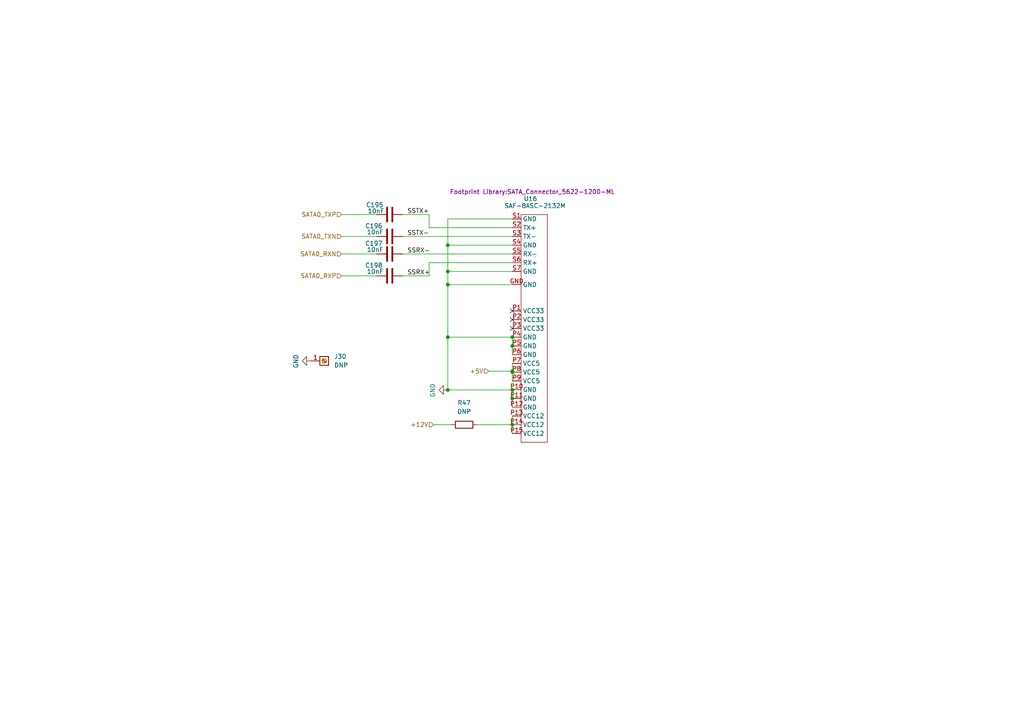
<source format=kicad_sch>
(kicad_sch (version 20231120) (generator "eeschema") (generator_version "8.0")
  (paper "A4")
  (lib_symbols
    (symbol "Connector:Screw_Terminal_01x01" (pin_names (offset 1.016) hide)
      (property "Reference" "J30" (at 2.8515 1.2701 0))
      (property "Value" "M3x*0.5 L=6" (at 2.8515 -1.2699 0))
      (symbol "Screw_Terminal_01x01_1_1"
        (rectangle (start -1.27 1.27) (end 1.27 -1.27) (stroke (width 0.254)) (fill (type background)))
        (polyline (pts (xy -0.5334 0.3302) (xy 0.3302 -0.508)) (stroke (width 0.1524)))
        (polyline (pts (xy -0.3556 0.508) (xy 0.508 -0.3302)) (stroke (width 0.1524)))
        (circle (center 0 0) (radius 0.635) (stroke (width 0.1524)))
        (pin input line (at -3.81 0 0) (length 2.54) (name "1") (number "1"))
      )
    )
    (symbol "Device:C" (pin_numbers hide) (pin_names (offset 0.254))
      (property "Reference" "C" (at 0.635 2.54 0))
      (property "Value" "C" (at 0.635 -2.54 0))
      (symbol "C_0_1"
        (polyline (pts (xy -2.032 -0.762) (xy 2.032 -0.762)) (stroke (width 0.508)))
        (polyline (pts (xy -2.032 0.762) (xy 2.032 0.762)) (stroke (width 0.508)))
      )
      (symbol "C_1_1"
        (pin passive line (at 0 3.81 270) (length 2.794) (name "~") (number "1"))
        (pin passive line (at 0 -3.81 90) (length 2.794) (name "~") (number "2"))
      )
    )
    (symbol "Device:R" (pin_numbers hide) (pin_names (offset 0))
      (property "Reference" "R" (at 2.032 0 90))
      (property "Value" "R" (at 0 0 90))
      (symbol "R_0_1"
        (rectangle (start -1.016 -2.54) (end 1.016 2.54) (stroke (width 0.254)))
      )
      (symbol "R_1_1"
        (pin passive line (at 0 3.81 270) (length 1.27) (name "~") (number "1"))
        (pin passive line (at 0 -3.81 90) (length 1.27) (name "~") (number "2"))
      )
    )
    (symbol "SATA:SATA"
      (property "Reference" "U16" (at -1.8016 9.6551 0))
      (property "Value" "5622-1200-ML" (at 1.5004 7.6231 0))
      (symbol "SATA_0_1"
        (rectangle (start -2.54 5.08) (end 5.08 -60.96))
      )
      (symbol "SATA_1_1"
        (pin input line (at -5.08 -15.24 0) (length 2.54) (name "GND") (number "GND"))
        (pin input line (at -5.08 -22.86 0) (length 2.54) (name "VCC33") (number "P1"))
        (pin input line (at -5.08 -45.72 0) (length 2.54) (name "GND") (number "P10"))
        (pin input line (at -5.08 -48.26 0) (length 2.54) (name "GND") (number "P11"))
        (pin input line (at -5.08 -50.8 0) (length 2.54) (name "GND") (number "P12"))
        (pin input line (at -5.08 -53.34 0) (length 2.54) (name "VCC12") (number "P13"))
        (pin input line (at -5.08 -55.88 0) (length 2.54) (name "VCC12") (number "P14"))
        (pin input line (at -5.08 -58.42 0) (length 2.54) (name "VCC12") (number "P15"))
        (pin input line (at -5.08 -25.4 0) (length 2.54) (name "VCC33") (number "P2"))
        (pin input line (at -5.08 -27.94 0) (length 2.54) (name "VCC33") (number "P3"))
        (pin input line (at -5.08 -30.48 0) (length 2.54) (name "GND") (number "P4"))
        (pin input line (at -5.08 -33.02 0) (length 2.54) (name "GND") (number "P5"))
        (pin input line (at -5.08 -35.56 0) (length 2.54) (name "GND") (number "P6"))
        (pin input line (at -5.08 -38.1 0) (length 2.54) (name "VCC5") (number "P7"))
        (pin input line (at -5.08 -40.64 0) (length 2.54) (name "VCC5") (number "P8"))
        (pin input line (at -5.08 -43.18 0) (length 2.54) (name "VCC5") (number "P9"))
        (pin input line (at -5.08 3.81 0) (length 2.54) (name "GND") (number "S1"))
        (pin input line (at -5.08 1.27 0) (length 2.54) (name "TX+") (number "S2"))
        (pin input line (at -5.08 -1.27 0) (length 2.54) (name "TX-") (number "S3"))
        (pin input line (at -5.08 -3.81 0) (length 2.54) (name "GND") (number "S4"))
        (pin input line (at -5.08 -6.35 0) (length 2.54) (name "RX-") (number "S5"))
        (pin input line (at -5.08 -8.89 0) (length 2.54) (name "RX+") (number "S6"))
        (pin input line (at -5.08 -11.43 0) (length 2.54) (name "GND") (number "S7"))
      )
    )
    (symbol "power:GND" (power) (pin_names (offset 0))
      (property "Value" "GND" (at 0 -3.81 0))
      (symbol "GND_0_1"
        (polyline (pts (xy 0 0) (xy 0 -1.27) (xy 1.27 -1.27) (xy 0 -2.54) (xy -1.27 -1.27) (xy 0 -1.27)))
      )
      (symbol "GND_1_1"
        (pin power_in line (at 0 0 270) (length 0) hide (name "GND") (number "1"))
      )
    )
  )
  (junction (at 148.59 107.6605))
  (junction (at 129.8884 78.74))
  (junction (at 148.59 97.79))
  (junction (at 148.59 100.33))
  (junction (at 148.59 113.1018))
  (junction (at 129.8884 71.12))
  (junction (at 129.8884 97.79))
  (junction (at 129.8884 113.1018))
  (junction (at 148.59 123.19))
  (junction (at 148.59 115.57))
  (junction (at 148.59 107.95))
  (junction (at 129.8884 82.55))
  (no_connect (at 148.59 95.25))
  (no_connect (at 148.59 92.71))
  (no_connect (at 148.59 90.17))
  (wire (pts (xy 116.84 73.66) (xy 148.59 73.66)))
  (wire (pts (xy 129.8884 113.1018) (xy 148.59 113.1018)))
  (wire (pts (xy 148.59 115.57) (xy 148.59 118.11)))
  (wire (pts (xy 148.59 102.87) (xy 148.59 100.33)))
  (wire (pts (xy 125.73 123.19) (xy 130.81 123.19)))
  (wire (pts (xy 129.8884 82.55) (xy 129.8884 97.79)))
  (wire (pts (xy 148.59 105.41) (xy 148.59 107.6605)))
  (wire (pts (xy 148.59 113.03) (xy 148.59 113.1018)))
  (wire (pts (xy 129.8884 97.79) (xy 129.8884 113.1018)))
  (wire (pts (xy 148.59 107.6605) (xy 148.59 107.95)))
  (wire (pts (xy 129.8884 78.74) (xy 129.8884 71.12)))
  (wire (pts (xy 138.43 123.19) (xy 148.59 123.19)))
  (wire (pts (xy 116.84 80.01) (xy 124.46 80.01)))
  (wire (pts (xy 148.59 123.19) (xy 148.59 125.73)))
  (wire (pts (xy 148.59 120.65) (xy 148.59 123.19)))
  (wire (pts (xy 99.06 73.66) (xy 109.22 73.66)))
  (wire (pts (xy 129.8884 63.5) (xy 129.8884 71.12)))
  (wire (pts (xy 148.59 107.6605) (xy 141.7091 107.6605)))
  (wire (pts (xy 148.59 97.79) (xy 129.8884 97.79)))
  (wire (pts (xy 124.46 80.01) (xy 124.46 76.2)))
  (wire (pts (xy 148.59 78.74) (xy 129.8884 78.74)))
  (wire (pts (xy 116.84 62.23) (xy 124.46 62.23)))
  (wire (pts (xy 124.46 76.2) (xy 148.59 76.2)))
  (wire (pts (xy 124.46 62.23) (xy 124.46 66.04)))
  (wire (pts (xy 148.59 113.1018) (xy 148.59 115.57)))
  (wire (pts (xy 148.59 110.49) (xy 148.59 107.95)))
  (wire (pts (xy 99.06 80.01) (xy 109.22 80.01)))
  (wire (pts (xy 99.06 62.23) (xy 109.22 62.23)))
  (wire (pts (xy 129.8884 78.74) (xy 129.8884 82.55)))
  (wire (pts (xy 125.73 123.1662) (xy 125.73 123.19)))
  (wire (pts (xy 116.84 68.58) (xy 148.59 68.58)))
  (wire (pts (xy 124.46 66.04) (xy 148.59 66.04)))
  (wire (pts (xy 148.59 63.5) (xy 129.8884 63.5)))
  (wire (pts (xy 129.8884 71.12) (xy 148.59 71.12)))
  (wire (pts (xy 148.59 100.33) (xy 148.59 97.79)))
  (wire (pts (xy 99.06 68.58) (xy 109.22 68.58)))
  (wire (pts (xy 148.59 82.55) (xy 129.8884 82.55)))
  (label "SSTX-" (at 118.11 68.58 0))
  (label "SSRX+" (at 118.11 80.01 0))
  (label "SSRX-" (at 118.11 73.66 0))
  (label "SSTX+" (at 118.11 62.23 0))
  (hierarchical_label "SATA0_TXN" (shape input) (at 99.06 68.58 180))
  (hierarchical_label "+5V" (shape input) (at 141.7091 107.6605 180))
  (hierarchical_label "SATA0_RXN" (shape input) (at 99.06 73.66 180))
  (hierarchical_label "SATA0_TXP" (shape input) (at 99.06 62.23 180))
  (hierarchical_label "+12V" (shape input) (at 125.73 123.1662 180))
  (hierarchical_label "SATA0_RXP" (shape input) (at 99.06 80.01 180))
  (symbol (lib_id "Device:C") (at 113.03 68.58 90) (unit 1)
    (property "Reference" "C196" (at 110.998 65.532 90) (effects (justify left)))
    (property "Value" "10nF" (at 111.252 67.31 90) (effects (justify left)))
    (property "Footprint" "Capacitor_SMD:C_0603_1608Metric" (effects (hide yes)))
    (property "MPN" "CC0603KRX7R9BB103" (effects (hide yes)))
  )
  (symbol (lib_id "Device:R") (at 134.62 123.19 90) (unit 1)
    (property "Reference" "R47" (at 134.62 116.84 90))
    (property "Value" "DNP" (at 134.62 119.38 90))
    (property "Footprint" "Resistor_SMD:R_0603_1608Metric" (effects (hide yes)))
    (property "Description" "Resistor" (effects (hide yes)))
  )
  (symbol (lib_id "Device:C") (at 113.03 62.23 90) (unit 1)
    (property "Reference" "C195" (at 111.252 59.436 90) (effects (justify left)))
    (property "Value" "10nF" (at 111.506 61.214 90) (effects (justify left)))
    (property "Footprint" "Capacitor_SMD:C_0603_1608Metric" (effects (hide yes)))
    (property "MPN" "CC0603KRX7R9BB103" (effects (hide yes)))
  )
  (symbol (lib_id "Device:C") (at 113.03 73.66 90) (unit 1)
    (property "Reference" "C197" (at 110.998 70.612 90) (effects (justify left)))
    (property "Value" "10nF" (at 111.252 72.39 90) (effects (justify left)))
    (property "Footprint" "Capacitor_SMD:C_0603_1608Metric" (effects (hide yes)))
    (property "MPN" "CC0603KRX7R9BB103" (effects (hide yes)))
  )
  (symbol (lib_id "Connector:Screw_Terminal_01x01") (at 94.0353 104.681 0) (unit 1)
    (property "Reference" "J30" (at 96.8868 103.4109 0) (effects (justify left)))
    (property "Value" "DNP" (at 96.8868 105.9509 0) (effects (justify left)))
    (property "Footprint" "Footprint:Screw Terminal Shinbo" (effects (hide yes)))
    (property "Description" "Board mounting elevator    M3 hole size, 4 pins PCB-64-M3" (effects (hide yes)))
    (property "MPN" "SMTSO-M3-6ET" (effects (hide yes)))
  )
  (symbol (lib_id "power:GND") (at 90.2253 104.681 270) (unit 1)
    (property "Reference" "#PWR0249" (effects (hide yes)))
    (property "Value" "GND" (at 85.8311 104.808 0))
  )
  (symbol (lib_id "SATA:SATA") (at 153.67 67.31 0) (unit 1)
    (property "Reference" "U16" (at 151.8684 57.6549 0) (effects (justify left)))
    (property "Value" "SAF-8ASC-2132M" (at 155.1704 59.6869 0))
    (property "Footprint" "Footprint Library:SATA_Connector_5622-1200-ML" (at 154.4084 55.6229 0))
    (property "MPN" "SAF-8ASC-2132M" (effects (hide yes)))
  )
  (symbol (lib_id "Device:C") (at 113.03 80.01 90) (unit 1)
    (property "Reference" "C198" (at 110.998 76.962 90) (effects (justify left)))
    (property "Value" "10nF" (at 111.252 78.74 90) (effects (justify left)))
    (property "Footprint" "Capacitor_SMD:C_0603_1608Metric" (effects (hide yes)))
    (property "MPN" "CC0603KRX7R9BB103" (effects (hide yes)))
  )
  (symbol (lib_id "power:GND") (at 129.8884 113.1018 270) (unit 1)
    (property "Reference" "#PWR069" (effects (hide yes)))
    (property "Value" "GND" (at 125.4942 113.2288 0))
  )
)
</source>
